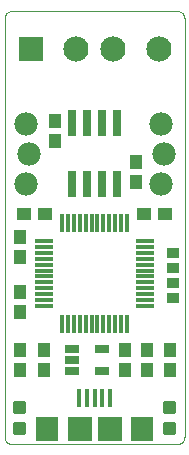
<source format=gts>
G75*
%MOIN*%
%OFA0B0*%
%FSLAX25Y25*%
%IPPOS*%
%LPD*%
%AMOC8*
5,1,8,0,0,1.08239X$1,22.5*
%
%ADD10C,0.00000*%
%ADD11R,0.01778X0.05912*%
%ADD12R,0.07487X0.07880*%
%ADD13R,0.07880X0.07880*%
%ADD14R,0.05124X0.02565*%
%ADD15C,0.01301*%
%ADD16R,0.04337X0.04731*%
%ADD17R,0.04731X0.04337*%
%ADD18R,0.02800X0.09100*%
%ADD19R,0.06306X0.01384*%
%ADD20R,0.01384X0.06306*%
%ADD21R,0.03900X0.03600*%
%ADD22C,0.07800*%
%ADD23R,0.08400X0.08400*%
%ADD24C,0.08400*%
D10*
X0032595Y0027058D02*
X0032595Y0166433D01*
X0032597Y0166531D01*
X0032603Y0166629D01*
X0032612Y0166727D01*
X0032626Y0166824D01*
X0032643Y0166921D01*
X0032664Y0167017D01*
X0032689Y0167112D01*
X0032717Y0167206D01*
X0032750Y0167298D01*
X0032785Y0167390D01*
X0032825Y0167480D01*
X0032867Y0167568D01*
X0032914Y0167655D01*
X0032963Y0167739D01*
X0033016Y0167822D01*
X0033072Y0167902D01*
X0033132Y0167981D01*
X0033194Y0168057D01*
X0033259Y0168130D01*
X0033327Y0168201D01*
X0033398Y0168269D01*
X0033471Y0168334D01*
X0033547Y0168396D01*
X0033626Y0168456D01*
X0033706Y0168512D01*
X0033789Y0168565D01*
X0033873Y0168614D01*
X0033960Y0168661D01*
X0034048Y0168703D01*
X0034138Y0168743D01*
X0034230Y0168778D01*
X0034322Y0168811D01*
X0034416Y0168839D01*
X0034511Y0168864D01*
X0034607Y0168885D01*
X0034704Y0168902D01*
X0034801Y0168916D01*
X0034899Y0168925D01*
X0034997Y0168931D01*
X0035095Y0168933D01*
X0090095Y0168933D01*
X0090193Y0168931D01*
X0090291Y0168925D01*
X0090389Y0168916D01*
X0090486Y0168902D01*
X0090583Y0168885D01*
X0090679Y0168864D01*
X0090774Y0168839D01*
X0090868Y0168811D01*
X0090960Y0168778D01*
X0091052Y0168743D01*
X0091142Y0168703D01*
X0091230Y0168661D01*
X0091317Y0168614D01*
X0091401Y0168565D01*
X0091484Y0168512D01*
X0091564Y0168456D01*
X0091643Y0168396D01*
X0091719Y0168334D01*
X0091792Y0168269D01*
X0091863Y0168201D01*
X0091931Y0168130D01*
X0091996Y0168057D01*
X0092058Y0167981D01*
X0092118Y0167902D01*
X0092174Y0167822D01*
X0092227Y0167739D01*
X0092276Y0167655D01*
X0092323Y0167568D01*
X0092365Y0167480D01*
X0092405Y0167390D01*
X0092440Y0167298D01*
X0092473Y0167206D01*
X0092501Y0167112D01*
X0092526Y0167017D01*
X0092547Y0166921D01*
X0092564Y0166824D01*
X0092578Y0166727D01*
X0092587Y0166629D01*
X0092593Y0166531D01*
X0092595Y0166433D01*
X0092595Y0027058D01*
X0092593Y0026960D01*
X0092587Y0026862D01*
X0092578Y0026764D01*
X0092564Y0026667D01*
X0092547Y0026570D01*
X0092526Y0026474D01*
X0092501Y0026379D01*
X0092473Y0026285D01*
X0092440Y0026193D01*
X0092405Y0026101D01*
X0092365Y0026011D01*
X0092323Y0025923D01*
X0092276Y0025836D01*
X0092227Y0025752D01*
X0092174Y0025669D01*
X0092118Y0025589D01*
X0092058Y0025510D01*
X0091996Y0025434D01*
X0091931Y0025361D01*
X0091863Y0025290D01*
X0091792Y0025222D01*
X0091719Y0025157D01*
X0091643Y0025095D01*
X0091564Y0025035D01*
X0091484Y0024979D01*
X0091401Y0024926D01*
X0091317Y0024877D01*
X0091230Y0024830D01*
X0091142Y0024788D01*
X0091052Y0024748D01*
X0090960Y0024713D01*
X0090868Y0024680D01*
X0090774Y0024652D01*
X0090679Y0024627D01*
X0090583Y0024606D01*
X0090486Y0024589D01*
X0090389Y0024575D01*
X0090291Y0024566D01*
X0090193Y0024560D01*
X0090095Y0024558D01*
X0035095Y0024558D01*
X0034997Y0024560D01*
X0034899Y0024566D01*
X0034801Y0024575D01*
X0034704Y0024589D01*
X0034607Y0024606D01*
X0034511Y0024627D01*
X0034416Y0024652D01*
X0034322Y0024680D01*
X0034230Y0024713D01*
X0034138Y0024748D01*
X0034048Y0024788D01*
X0033960Y0024830D01*
X0033873Y0024877D01*
X0033789Y0024926D01*
X0033706Y0024979D01*
X0033626Y0025035D01*
X0033547Y0025095D01*
X0033471Y0025157D01*
X0033398Y0025222D01*
X0033327Y0025290D01*
X0033259Y0025361D01*
X0033194Y0025434D01*
X0033132Y0025510D01*
X0033072Y0025589D01*
X0033016Y0025669D01*
X0032963Y0025752D01*
X0032914Y0025836D01*
X0032867Y0025923D01*
X0032825Y0026011D01*
X0032785Y0026101D01*
X0032750Y0026193D01*
X0032717Y0026285D01*
X0032689Y0026379D01*
X0032664Y0026474D01*
X0032643Y0026570D01*
X0032626Y0026667D01*
X0032612Y0026764D01*
X0032603Y0026862D01*
X0032597Y0026960D01*
X0032595Y0027058D01*
D11*
X0057477Y0039991D03*
X0060036Y0039991D03*
X0062595Y0039991D03*
X0065154Y0039991D03*
X0067713Y0039991D03*
D12*
X0078343Y0029558D03*
X0046847Y0029558D03*
D13*
X0057595Y0029558D03*
X0067595Y0029558D03*
D14*
X0065214Y0048943D03*
X0065214Y0056423D03*
X0054977Y0056423D03*
X0054977Y0052683D03*
X0054977Y0048943D03*
D15*
X0039113Y0038279D02*
X0036077Y0038279D01*
X0039113Y0038279D02*
X0039113Y0035243D01*
X0036077Y0035243D01*
X0036077Y0038279D01*
X0036077Y0036543D02*
X0039113Y0036543D01*
X0039113Y0037843D02*
X0036077Y0037843D01*
X0036077Y0031373D02*
X0039113Y0031373D01*
X0039113Y0028337D01*
X0036077Y0028337D01*
X0036077Y0031373D01*
X0036077Y0029637D02*
X0039113Y0029637D01*
X0039113Y0030937D02*
X0036077Y0030937D01*
X0086077Y0031373D02*
X0089113Y0031373D01*
X0089113Y0028337D01*
X0086077Y0028337D01*
X0086077Y0031373D01*
X0086077Y0029637D02*
X0089113Y0029637D01*
X0089113Y0030937D02*
X0086077Y0030937D01*
X0086077Y0038279D02*
X0089113Y0038279D01*
X0089113Y0035243D01*
X0086077Y0035243D01*
X0086077Y0038279D01*
X0086077Y0036543D02*
X0089113Y0036543D01*
X0089113Y0037843D02*
X0086077Y0037843D01*
D16*
X0087595Y0049337D03*
X0087595Y0056030D03*
X0080095Y0056030D03*
X0080095Y0049337D03*
X0072908Y0049337D03*
X0072908Y0056030D03*
X0045720Y0056030D03*
X0045720Y0049337D03*
X0037595Y0049337D03*
X0037595Y0056030D03*
X0037595Y0068712D03*
X0037595Y0075405D03*
X0037595Y0086837D03*
X0037595Y0093530D03*
X0049470Y0125587D03*
X0049470Y0132280D03*
X0076345Y0118530D03*
X0076345Y0111837D03*
D17*
X0079249Y0101433D03*
X0085942Y0101433D03*
X0045942Y0101433D03*
X0039249Y0101433D03*
D18*
X0055095Y0111133D03*
X0060095Y0111133D03*
X0065095Y0111133D03*
X0070095Y0111133D03*
X0070095Y0131733D03*
X0065095Y0131733D03*
X0060095Y0131733D03*
X0055095Y0131733D03*
D19*
X0045666Y0092260D03*
X0045666Y0090291D03*
X0045666Y0088323D03*
X0045666Y0086354D03*
X0045666Y0084386D03*
X0045666Y0082417D03*
X0045666Y0080449D03*
X0045666Y0078480D03*
X0045666Y0076512D03*
X0045666Y0074543D03*
X0045666Y0072575D03*
X0045666Y0070606D03*
X0079524Y0070606D03*
X0079524Y0072575D03*
X0079524Y0074543D03*
X0079524Y0076512D03*
X0079524Y0078480D03*
X0079524Y0080449D03*
X0079524Y0082417D03*
X0079524Y0084386D03*
X0079524Y0086354D03*
X0079524Y0088323D03*
X0079524Y0090291D03*
X0079524Y0092260D03*
D20*
X0073422Y0098362D03*
X0071453Y0098362D03*
X0069485Y0098362D03*
X0067516Y0098362D03*
X0065548Y0098362D03*
X0063579Y0098362D03*
X0061611Y0098362D03*
X0059642Y0098362D03*
X0057674Y0098362D03*
X0055705Y0098362D03*
X0053737Y0098362D03*
X0051768Y0098362D03*
X0051768Y0064504D03*
X0053737Y0064504D03*
X0055705Y0064504D03*
X0057674Y0064504D03*
X0059642Y0064504D03*
X0061611Y0064504D03*
X0063579Y0064504D03*
X0065548Y0064504D03*
X0067516Y0064504D03*
X0069485Y0064504D03*
X0071453Y0064504D03*
X0073422Y0064504D03*
D21*
X0088845Y0073308D03*
X0088845Y0078308D03*
X0088845Y0083308D03*
X0088845Y0088308D03*
D22*
X0084595Y0111433D03*
X0085595Y0121433D03*
X0084595Y0131433D03*
X0040595Y0121433D03*
X0039595Y0111433D03*
X0039595Y0131433D03*
D23*
X0041270Y0156433D03*
D24*
X0056450Y0156433D03*
X0068829Y0156433D03*
X0084009Y0156433D03*
M02*

</source>
